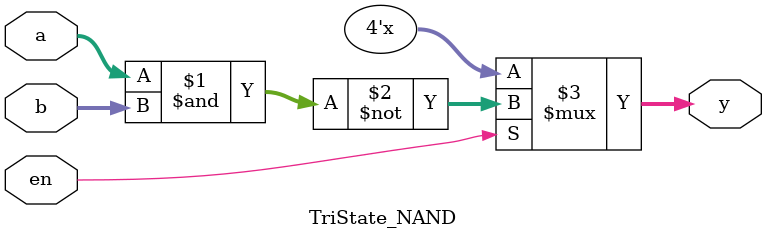
<source format=sv>
module TriState_NAND(
    input en,
    input [3:0] a, b,
    output [3:0] y
);
    assign y = en ? ~(a & b) : 4'bzzzz;
endmodule

</source>
